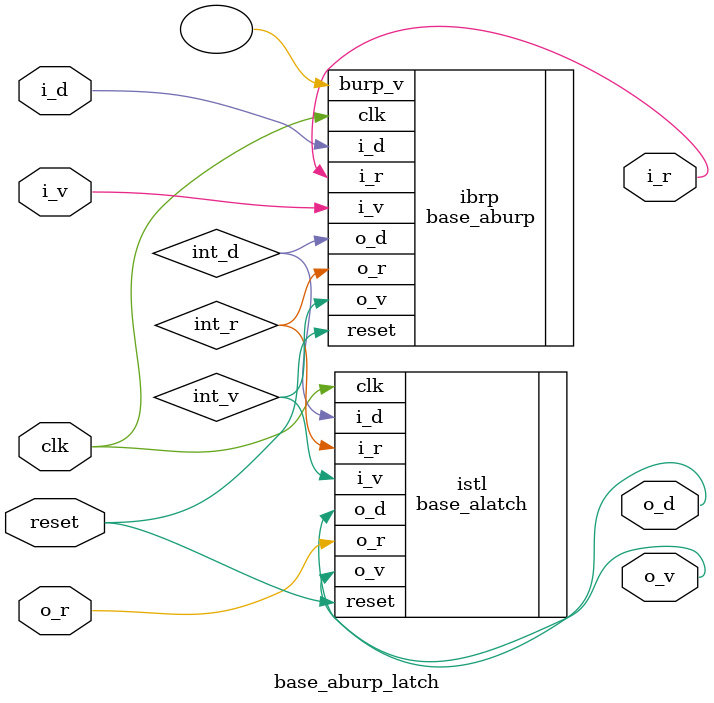
<source format=v>
module base_aburp_latch#
  (
   parameter width=1,
   parameter del_width=0
   )
  (
   input 	      clk, reset,
   input 	      i_v,
   input [0:(width+del_width)-1]  i_d,
   output 	      i_r,
   output 	      o_v,
   output [0:(width+del_width)-1] o_d,
   input 	      o_r
   );
   

   wire 	      int_v, int_r;
   wire [0:(width+del_width)-1]   int_d;
   
   
   base_aburp#(.width(width),.del_width(del_width))  ibrp(.clk(clk), .reset(reset), .i_v(i_v), .i_d(i_d), .i_r(i_r), .o_v(int_v), .o_d(int_d), .o_r(int_r),.burp_v());
   base_alatch#(.width(width),.del_width(del_width)) istl(.clk(clk), .reset(reset), .i_v(int_v), .i_d(int_d), .i_r(int_r), .o_v(o_v), .o_d(o_d), .o_r(o_r));

endmodule // base_burp

   
	     
	 
   
   


</source>
